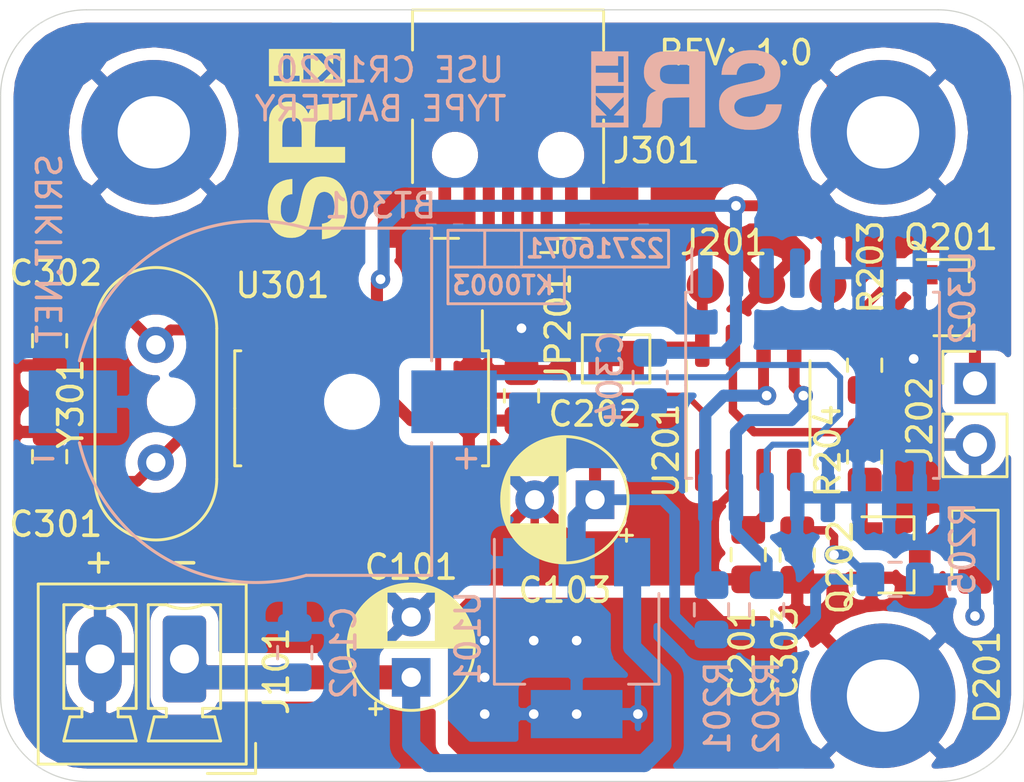
<source format=kicad_pcb>
(kicad_pcb (version 20171130) (host pcbnew 5.1.7-a382d34a8~88~ubuntu20.04.1)
  (title_block (title "Programmable Timer - Lite") (date 2020-11-29) (rev 1.0.0) (company SRIKit) (comment 1 KT0003) (comment 2 "Dilshan R Jayakody") (comment 3 https://github.com/srikit/prog-timer-lite) (comment 4 https://srikit.net))
  (layers (0 F.Cu signal) (31 B.Cu signal hide) (34 B.Paste user hide) (35 F.Paste user hide) (36 B.SilkS user hide) (37 F.SilkS user) (38 B.Mask user hide) (39 F.Mask user hide) (44 Edge.Cuts user))
  (net 0 "")
  (net 1 /prog-timer-dev/VBAT)
  (net 2 GND)
  (net 3 "Net-(C101-Pad1)")
  (net 4 +3V3)
  (net 5 "Net-(C201-Pad1)")
  (net 6 "Net-(C301-Pad2)")
  (net 7 "Net-(C302-Pad1)")
  (net 8 "Net-(D201-Pad1)")
  (net 9 "Net-(D201-Pad2)")
  (net 10 /prog-timer-mcu.sch/UART-RXD)
  (net 11 "Net-(J202-Pad1)")
  (net 12 RXD)
  (net 13 "Net-(Q201-Pad1)")
  (net 14 "Net-(Q202-Pad1)")
  (net 15 RTC-SCL)
  (net 16 RTC-SDA)
  (net 17 /prog-timer-mcu.sch/OUTPUT)
  (net 18 TXD)
  (net 19 /prog-timer-dev/USB-D-)
  (net 20 /prog-timer-dev/USB-D+)
  (module PROG-TIMER:srikit (layer F.Cu) (at 129.286 93.98 90)
    (fp_text reference G*** hide)
    (fp_text value LOGO hide)
  )
  (module PROG-TIMER:srikit (layer B.Cu) (at 145.034 91.694 180)
    (fp_text reference G*** hide)
    (fp_text value LOGO hide)
  )
  (module Package_SO:SOIC-16W_7.5x10.3mm_P1.27mm (layer B.Cu) (at 150.241 103.964 270)
    (fp_text reference U302 (at -3.634 -6.223 90) (layer B.SilkS) (effects (justify mirror)))
    (fp_text value DS3231M)
    (pad 1 smd roundrect (at -4.65 4.445 270) (size 2.05 0.6) (layers B.Cu B.Paste B.Mask))
    (pad 2 smd roundrect (at -4.65 3.175 270) (size 2.05 0.6) (layers B.Cu B.Paste B.Mask) (net 4 +3V3))
    (pad 3 smd roundrect (at -4.65 1.905 270) (size 2.05 0.6) (layers B.Cu B.Paste B.Mask))
    (pad 4 smd roundrect (at -4.65 0.635 270) (size 2.05 0.6) (layers B.Cu B.Paste B.Mask))
    (pad 5 smd roundrect (at -4.65 -0.635 270) (size 2.05 0.6) (layers B.Cu B.Paste B.Mask) (net 2 GND))
    (pad 6 smd roundrect (at -4.65 -1.905 270) (size 2.05 0.6) (layers B.Cu B.Paste B.Mask) (net 2 GND))
    (pad 7 smd roundrect (at -4.65 -3.175 270) (size 2.05 0.6) (layers B.Cu B.Paste B.Mask) (net 2 GND))
    (pad 8 smd roundrect (at -4.65 -4.445 270) (size 2.05 0.6) (layers B.Cu B.Paste B.Mask) (net 2 GND))
    (pad 9 smd roundrect (at 4.65 -4.445 270) (size 2.05 0.6) (layers B.Cu B.Paste B.Mask) (net 2 GND))
    (pad 10 smd roundrect (at 4.65 -3.175 270) (size 2.05 0.6) (layers B.Cu B.Paste B.Mask) (net 2 GND))
    (pad 11 smd roundrect (at 4.65 -1.905 270) (size 2.05 0.6) (layers B.Cu B.Paste B.Mask) (net 2 GND))
    (pad 12 smd roundrect (at 4.65 -0.635 270) (size 2.05 0.6) (layers B.Cu B.Paste B.Mask) (net 2 GND))
    (pad 13 smd roundrect (at 4.65 0.635 270) (size 2.05 0.6) (layers B.Cu B.Paste B.Mask) (net 2 GND))
    (pad 14 smd roundrect (at 4.65 1.905 270) (size 2.05 0.6) (layers B.Cu B.Paste B.Mask) (net 1 /prog-timer-dev/VBAT))
    (pad 15 smd roundrect (at 4.65 3.175 270) (size 2.05 0.6) (layers B.Cu B.Paste B.Mask) (net 16 RTC-SDA))
    (pad 16 smd roundrect (at 4.65 4.445 270) (size 2.05 0.6) (layers B.Cu B.Paste B.Mask) (net 15 RTC-SCL))
  )
  (module PROG-TIMER:MPD_BC501SM-TR (layer B.Cu) (at 127.152 104.648)
    (fp_text reference BT301 (at 5.182 -8.128) (layer B.SilkS) (effects (justify mirror)))
    (fp_text value BC501SM)
    (fp_text user - (at -8.788 2.286) (layer B.SilkS) (effects (justify mirror)))
    (fp_text user + (at 8.738 2.286) (layer B.SilkS) (effects (justify mirror)))
    (pad None np_thru_hole circle (at 4 0) (size 1.3 1.3) (drill 1.3) (layers *.Cu *.Mask))
    (pad None np_thru_hole circle (at -3.5 0) (size 1 1) (drill 1) (layers *.Cu *.Mask))
    (pad 1 smd rect (at 8.23 0) (size 3.54 2.6) (layers B.Cu B.Paste B.Mask) (net 1 /prog-timer-dev/VBAT))
    (pad 2 smd rect (at -7.57 0) (size 3.66 2.6) (layers B.Cu B.Paste B.Mask) (net 2 GND))
  )
  (module Capacitor_THT:CP_Radial_D5.0mm_P2.50mm (layer F.Cu) (at 133.604 116.078 90)
    (fp_text reference C101 (at 4.572 0 180) (layer F.SilkS))
    (fp_text value 10MFD)
    (pad 2 thru_hole circle (at 2.5 0 90) (size 1.6 1.6) (drill 0.8) (layers *.Cu *.Mask) (net 2 GND))
    (pad 1 thru_hole rect (at 0 0 90) (size 1.6 1.6) (drill 0.8) (layers *.Cu *.Mask) (net 3 "Net-(C101-Pad1)"))
  )
  (module Capacitor_SMD:C_0805_2012Metric_Pad1.15x1.40mm_HandSolder (layer B.Cu) (at 128.778 115.053 90)
    (fp_text reference C102 (at -0.009 2.032 90) (layer B.SilkS) (effects (justify mirror)))
    (fp_text value 0.1MFD)
    (pad 1 smd roundrect (at -1.025 0 90) (size 1.15 1.4) (layers B.Cu B.Paste B.Mask) (roundrect_rratio 0.217391) (net 3 "Net-(C101-Pad1)"))
    (pad 2 smd roundrect (at 1.025 0 90) (size 1.15 1.4) (layers B.Cu B.Paste B.Mask) (roundrect_rratio 0.217391) (net 2 GND))
  )
  (module Capacitor_THT:CP_Radial_D5.0mm_P2.50mm (layer F.Cu) (at 141.224 108.712 180)
    (fp_text reference C103 (at 1.25 -3.75) (layer F.SilkS))
    (fp_text value 4.7MFD)
    (pad 1 thru_hole rect (at 0 0 180) (size 1.6 1.6) (drill 0.8) (layers *.Cu *.Mask) (net 4 +3V3))
    (pad 2 thru_hole circle (at 2.5 0 180) (size 1.6 1.6) (drill 0.8) (layers *.Cu *.Mask) (net 2 GND))
  )
  (module Capacitor_SMD:C_0805_2012Metric_Pad1.15x1.40mm_HandSolder (layer F.Cu) (at 147.574 110.989 270)
    (fp_text reference C201 (at 4.073 0.254 90) (layer F.SilkS))
    (fp_text value 1MFD)
    (pad 2 smd roundrect (at 1.025 0 270) (size 1.15 1.4) (layers F.Cu F.Paste F.Mask) (roundrect_rratio 0.217391) (net 2 GND))
    (pad 1 smd roundrect (at -1.025 0 270) (size 1.15 1.4) (layers F.Cu F.Paste F.Mask) (roundrect_rratio 0.217391) (net 5 "Net-(C201-Pad1)"))
  )
  (module Capacitor_SMD:C_0805_2012Metric_Pad1.15x1.40mm_HandSolder (layer F.Cu) (at 138.176 104.403 90)
    (fp_text reference C202 (at -0.753 3.048 180) (layer F.SilkS))
    (fp_text value 0.1MFD)
    (pad 1 smd roundrect (at -1.025 0 90) (size 1.15 1.4) (layers F.Cu F.Paste F.Mask) (roundrect_rratio 0.217391) (net 4 +3V3))
    (pad 2 smd roundrect (at 1.025 0 90) (size 1.15 1.4) (layers F.Cu F.Paste F.Mask) (roundrect_rratio 0.217391) (net 2 GND))
  )
  (module Capacitor_SMD:C_0805_2012Metric_Pad1.15x1.40mm_HandSolder (layer F.Cu) (at 118.618 106.925 270)
    (fp_text reference C301 (at 2.803 -0.254 180) (layer F.SilkS))
    (fp_text value 22pF)
    (pad 2 smd roundrect (at 1.025 0 270) (size 1.15 1.4) (layers F.Cu F.Paste F.Mask) (roundrect_rratio 0.217391) (net 6 "Net-(C301-Pad2)"))
    (pad 1 smd roundrect (at -1.025 0 270) (size 1.15 1.4) (layers F.Cu F.Paste F.Mask) (roundrect_rratio 0.217391) (net 2 GND))
  )
  (module Capacitor_SMD:C_0805_2012Metric_Pad1.15x1.40mm_HandSolder (layer F.Cu) (at 118.618 102.117 270)
    (fp_text reference C302 (at -2.803 -0.254 180) (layer F.SilkS))
    (fp_text value 22pF)
    (pad 1 smd roundrect (at -1.025 0 270) (size 1.15 1.4) (layers F.Cu F.Paste F.Mask) (roundrect_rratio 0.217391) (net 7 "Net-(C302-Pad1)"))
    (pad 2 smd roundrect (at 1.025 0 270) (size 1.15 1.4) (layers F.Cu F.Paste F.Mask) (roundrect_rratio 0.217391) (net 2 GND))
  )
  (module Capacitor_SMD:C_0805_2012Metric_Pad1.15x1.40mm_HandSolder (layer F.Cu) (at 149.606 111.007 270)
    (fp_text reference C303 (at 4.055 0.508 90) (layer F.SilkS))
    (fp_text value 0.1MFD)
    (pad 2 smd roundrect (at 1.025 0 270) (size 1.15 1.4) (layers F.Cu F.Paste F.Mask) (roundrect_rratio 0.217391) (net 2 GND))
    (pad 1 smd roundrect (at -1.025 0 270) (size 1.15 1.4) (layers F.Cu F.Paste F.Mask) (roundrect_rratio 0.217391) (net 4 +3V3))
  )
  (module Capacitor_SMD:C_0805_2012Metric_Pad1.15x1.40mm_HandSolder (layer B.Cu) (at 143.51 103.641 270)
    (fp_text reference C304 (at 0 1.65 90) (layer B.SilkS) (effects (justify mirror)))
    (fp_text value 0.1MFD)
    (pad 1 smd roundrect (at -1.025 0 270) (size 1.15 1.4) (layers B.Cu B.Paste B.Mask) (roundrect_rratio 0.217391) (net 4 +3V3))
    (pad 2 smd roundrect (at 1.025 0 270) (size 1.15 1.4) (layers B.Cu B.Paste B.Mask) (roundrect_rratio 0.217391) (net 2 GND))
  )
  (module LED_SMD:LED_0805_2012Metric_Pad1.15x1.40mm_HandSolder (layer F.Cu) (at 156.972 111.007 270)
    (fp_text reference D201 (at 5.071 -0.508 90) (layer F.SilkS))
    (fp_text value RED-LED)
    (pad 1 smd roundrect (at -1.025 0 270) (size 1.15 1.4) (layers F.Cu F.Paste F.Mask) (roundrect_rratio 0.217391) (net 8 "Net-(D201-Pad1)"))
    (pad 2 smd roundrect (at 1.025 0 270) (size 1.15 1.4) (layers F.Cu F.Paste F.Mask) (roundrect_rratio 0.217391) (net 9 "Net-(D201-Pad2)"))
  )
  (module MountingHole:MountingHole_3mm_Pad (layer F.Cu) (at 153.162 116.84)
    (fp_text reference H101 hide)
    (fp_text value "M3 - MountingHole")
    (pad 1 thru_hole circle (at 0 0) (size 6 6) (drill 3) (layers *.Cu *.Mask) (net 2 GND))
  )
  (module MountingHole:MountingHole_3mm_Pad (layer F.Cu) (at 122.936 93.472)
    (fp_text reference H102 hide)
    (fp_text value "M3 - MountingHole")
    (pad 1 thru_hole circle (at 0 0) (size 6 6) (drill 3) (layers *.Cu *.Mask) (net 2 GND))
  )
  (module MountingHole:MountingHole_3mm_Pad (layer F.Cu) (at 153.162 93.472)
    (fp_text reference H103 hide)
    (fp_text value "M3 - MountingHole")
    (pad 1 thru_hole circle (at 0 0) (size 6 6) (drill 3) (layers *.Cu *.Mask) (net 2 GND))
  )
  (module Connector_Phoenix_MC:PhoenixContact_MCV_1,5_2-G-3.5_1x02_P3.50mm_Vertical (layer F.Cu) (at 124.206 115.316 180)
    (fp_text reference J101 (at -3.81 -0.508 90) (layer F.SilkS))
    (fp_text value DC-IN)
    (pad 1 thru_hole roundrect (at 0 0 180) (size 1.8 3.6) (drill 1.2) (layers *.Cu *.Mask) (roundrect_rratio 0.138889) (net 3 "Net-(C101-Pad1)"))
    (pad 2 thru_hole oval (at 3.5 0 180) (size 1.8 3.6) (drill 1.2) (layers *.Cu *.Mask) (net 2 GND))
  )
  (module PROG-TIMER:pogo-2.54mmx4 (layer F.Cu) (at 143.256 99.822)
    (fp_text reference J201 (at 3.302 -1.778) (layer F.SilkS))
    (fp_text value ICP)
    (pad 1 smd rect (at 0 0) (size 1.54 1.54) (layers F.Cu F.Paste F.Mask))
    (pad 2 smd circle (at 2.54 0) (size 1.54 1.54) (layers F.Cu F.Paste F.Mask) (net 10 /prog-timer-mcu.sch/UART-RXD))
    (pad 3 smd circle (at 5.08 0) (size 1.54 1.54) (layers F.Cu F.Paste F.Mask) (net 2 GND))
    (pad 4 smd circle (at 7.62 0) (size 1.54 1.54) (layers F.Cu F.Paste F.Mask) (net 4 +3V3))
  )
  (module Connector_PinHeader_2.54mm:PinHeader_1x02_P2.54mm_Vertical (layer F.Cu) (at 156.972 103.886)
    (fp_text reference J202 (at -2.286 1.524 90) (layer F.SilkS))
    (fp_text value TIMER-OUT)
    (pad 1 thru_hole rect (at 0 0) (size 1.7 1.7) (drill 1) (layers *.Cu *.Mask) (net 11 "Net-(J202-Pad1)"))
    (pad 2 thru_hole oval (at 0 2.54) (size 1.7 1.7) (drill 1) (layers *.Cu *.Mask) (net 2 GND))
  )
  (module Connector_USB:USB_Mini-B_Wuerth_65100516121_Horizontal (layer F.Cu) (at 137.62 94.41 180)
    (fp_text reference J301 (at -6.144 0.176) (layer F.SilkS))
    (fp_text value 5-Pin-USB-B)
    (pad 6 smd rect (at -4.4 2.9 180) (size 2 2.5) (layers F.Cu F.Paste F.Mask) (net 2 GND))
    (pad 6 smd rect (at 4.4 2.9 180) (size 2 2.5) (layers F.Cu F.Paste F.Mask) (net 2 GND))
    (pad 6 smd rect (at -4.4 -2.6 180) (size 2 2.5) (layers F.Cu F.Paste F.Mask) (net 2 GND))
    (pad 6 smd rect (at 4.4 -2.6 180) (size 2 2.5) (layers F.Cu F.Paste F.Mask) (net 2 GND))
    (pad 1 smd rect (at -1.6 -2.6 180) (size 0.5 2.5) (layers F.Cu F.Paste F.Mask))
    (pad 2 smd rect (at -0.8 -2.6 180) (size 0.5 2.5) (layers F.Cu F.Paste F.Mask) (net 19 /prog-timer-dev/USB-D-))
    (pad 3 smd rect (at 0 -2.6 180) (size 0.5 2.5) (layers F.Cu F.Paste F.Mask) (net 20 /prog-timer-dev/USB-D+))
    (pad 4 smd rect (at 0.8 -2.6 180) (size 0.5 2.5) (layers F.Cu F.Paste F.Mask))
    (pad 5 smd rect (at 1.6 -2.6 180) (size 0.5 2.5) (layers F.Cu F.Paste F.Mask) (net 2 GND))
    (pad "" np_thru_hole circle (at -2.2 0 180) (size 0.9 0.9) (drill 0.9) (layers *.Cu *.Mask))
    (pad "" np_thru_hole circle (at 2.2 0 180) (size 0.9 0.9) (drill 0.9) (layers *.Cu *.Mask))
  )
  (module Jumper:SolderJumper-2_P1.3mm_Bridged_Pad1.0x1.5mm (layer F.Cu) (at 142.098 102.87 180)
    (fp_text reference JP201 (at 2.398 1.27 90) (layer F.SilkS))
    (fp_text value PROG)
    (fp_poly (pts (xy -0.25 -0.3) (xy 0.25 -0.3) (xy 0.25 0.3) (xy -0.25 0.3)) (layer F.Cu) (width 0))
    (pad 1 smd rect (at -0.65 0 180) (size 1 1.5) (layers F.Cu F.Mask) (net 10 /prog-timer-mcu.sch/UART-RXD))
    (pad 2 smd rect (at 0.65 0 180) (size 1 1.5) (layers F.Cu F.Mask) (net 12 RXD))
  )
  (module Package_TO_SOT_SMD:SOT-23 (layer F.Cu) (at 155.972 100.33)
    (fp_text reference Q201 (at 0 -2.5) (layer F.SilkS))
    (fp_text value MMBT3904)
    (pad 3 smd rect (at 1 0) (size 0.9 0.8) (layers F.Cu F.Paste F.Mask) (net 11 "Net-(J202-Pad1)"))
    (pad 2 smd rect (at -1 0.95) (size 0.9 0.8) (layers F.Cu F.Paste F.Mask) (net 2 GND))
    (pad 1 smd rect (at -1 -0.95) (size 0.9 0.8) (layers F.Cu F.Paste F.Mask) (net 13 "Net-(Q201-Pad1)"))
  )
  (module Package_TO_SOT_SMD:SOT-23 (layer F.Cu) (at 153.686 110.998)
    (fp_text reference Q202 (at -2.302 0.508 90) (layer F.SilkS))
    (fp_text value MMBT3904)
    (pad 1 smd rect (at -1 -0.95) (size 0.9 0.8) (layers F.Cu F.Paste F.Mask) (net 14 "Net-(Q202-Pad1)"))
    (pad 2 smd rect (at -1 0.95) (size 0.9 0.8) (layers F.Cu F.Paste F.Mask) (net 2 GND))
    (pad 3 smd rect (at 1 0) (size 0.9 0.8) (layers F.Cu F.Paste F.Mask) (net 8 "Net-(D201-Pad1)"))
  )
  (module Resistor_SMD:R_0805_2012Metric_Pad1.15x1.40mm_HandSolder (layer B.Cu) (at 146.05 113.275 90)
    (fp_text reference R201 (at -4.073 0.254 90) (layer B.SilkS) (effects (justify mirror)))
    (fp_text value 4.7K)
    (pad 2 smd roundrect (at 1.025 0 90) (size 1.15 1.4) (layers B.Cu B.Paste B.Mask) (roundrect_rratio 0.217391) (net 15 RTC-SCL))
    (pad 1 smd roundrect (at -1.025 0 90) (size 1.15 1.4) (layers B.Cu B.Paste B.Mask) (roundrect_rratio 0.217391) (net 4 +3V3))
  )
  (module Resistor_SMD:R_0805_2012Metric_Pad1.15x1.40mm_HandSolder (layer B.Cu) (at 148.336 113.275 90)
    (fp_text reference R202 (at -4.073 0 90) (layer B.SilkS) (effects (justify mirror)))
    (fp_text value 4.7K)
    (pad 1 smd roundrect (at -1.025 0 90) (size 1.15 1.4) (layers B.Cu B.Paste B.Mask) (roundrect_rratio 0.217391) (net 4 +3V3))
    (pad 2 smd roundrect (at 1.025 0 90) (size 1.15 1.4) (layers B.Cu B.Paste B.Mask) (roundrect_rratio 0.217391) (net 16 RTC-SDA))
  )
  (module Resistor_SMD:R_0805_2012Metric_Pad1.15x1.40mm_HandSolder (layer F.Cu) (at 152.4 103.133 270)
    (fp_text reference R203 (at -4.073 -0.254 90) (layer F.SilkS))
    (fp_text value 10K)
    (pad 1 smd roundrect (at -1.025 0 270) (size 1.15 1.4) (layers F.Cu F.Paste F.Mask) (roundrect_rratio 0.217391) (net 13 "Net-(Q201-Pad1)"))
    (pad 2 smd roundrect (at 1.025 0 270) (size 1.15 1.4) (layers F.Cu F.Paste F.Mask) (roundrect_rratio 0.217391) (net 17 /prog-timer-mcu.sch/OUTPUT))
  )
  (module Resistor_SMD:R_0805_2012Metric_Pad1.15x1.40mm_HandSolder (layer F.Cu) (at 152.4 106.934 90)
    (fp_text reference R204 (at 0.254 -1.524 90) (layer F.SilkS))
    (fp_text value 10K)
    (pad 2 smd roundrect (at 1.025 0 90) (size 1.15 1.4) (layers F.Cu F.Paste F.Mask) (roundrect_rratio 0.217391) (net 17 /prog-timer-mcu.sch/OUTPUT))
    (pad 1 smd roundrect (at -1.025 0 90) (size 1.15 1.4) (layers F.Cu F.Paste F.Mask) (roundrect_rratio 0.217391) (net 14 "Net-(Q202-Pad1)"))
  )
  (module Resistor_SMD:R_0805_2012Metric_Pad1.15x1.40mm_HandSolder (layer B.Cu) (at 153.661 112.014)
    (fp_text reference R205 (at 2.803 -1.27 90) (layer B.SilkS) (effects (justify mirror)))
    (fp_text value 1K)
    (pad 1 smd roundrect (at -1.025 0) (size 1.15 1.4) (layers B.Cu B.Paste B.Mask) (roundrect_rratio 0.217391) (net 4 +3V3))
    (pad 2 smd roundrect (at 1.025 0) (size 1.15 1.4) (layers B.Cu B.Paste B.Mask) (roundrect_rratio 0.217391) (net 9 "Net-(D201-Pad2)"))
  )
  (module Package_TO_SOT_SMD:SOT-223-3_TabPin2 (layer B.Cu) (at 140.462 114.452 270)
    (fp_text reference U101 (at 0 4.5 270) (layer B.SilkS) (effects (justify mirror)))
    (fp_text value AMS1117-3.3)
    (pad 2 smd rect (at 3.15 0 270) (size 2 3.8) (layers B.Cu B.Paste B.Mask) (net 4 +3V3))
    (pad 2 smd rect (at -3.15 0 270) (size 2 1.5) (layers B.Cu B.Paste B.Mask) (net 4 +3V3))
    (pad 3 smd rect (at -3.15 -2.3 270) (size 2 1.5) (layers B.Cu B.Paste B.Mask) (net 3 "Net-(C101-Pad1)"))
    (pad 1 smd rect (at -3.15 2.3 270) (size 2 1.5) (layers B.Cu B.Paste B.Mask) (net 2 GND))
  )
  (module Package_SO:SO-8_3.9x4.9mm_P1.27mm (layer F.Cu) (at 147.574 104.902 90)
    (fp_text reference U201 (at -1.778 -3.4 90) (layer F.SilkS))
    (fp_text value STM8S001J3M)
    (pad 1 smd roundrect (at -2.575 -1.905 90) (size 1.75 0.6) (layers F.Cu F.Paste F.Mask) (net 18 TXD))
    (pad 2 smd roundrect (at -2.575 -0.635 90) (size 1.75 0.6) (layers F.Cu F.Paste F.Mask) (net 2 GND))
    (pad 3 smd roundrect (at -2.575 0.635 90) (size 1.75 0.6) (layers F.Cu F.Paste F.Mask) (net 5 "Net-(C201-Pad1)"))
    (pad 4 smd roundrect (at -2.575 1.905 90) (size 1.75 0.6) (layers F.Cu F.Paste F.Mask) (net 4 +3V3))
    (pad 5 smd roundrect (at 2.575 1.905 90) (size 1.75 0.6) (layers F.Cu F.Paste F.Mask) (net 16 RTC-SDA))
    (pad 6 smd roundrect (at 2.575 0.635 90) (size 1.75 0.6) (layers F.Cu F.Paste F.Mask) (net 15 RTC-SCL))
    (pad 7 smd roundrect (at 2.575 -0.635 90) (size 1.75 0.6) (layers F.Cu F.Paste F.Mask) (net 17 /prog-timer-mcu.sch/OUTPUT))
    (pad 8 smd roundrect (at 2.575 -1.905 90) (size 1.75 0.6) (layers F.Cu F.Paste F.Mask) (net 10 /prog-timer-mcu.sch/UART-RXD))
  )
  (module Package_SO:SOP-16_4.55x10.3mm_P1.27mm (layer F.Cu) (at 131.55 104.92 270)
    (fp_text reference U301 (at -5.098 3.28 180) (layer F.SilkS))
    (fp_text value CH340G)
    (pad 1 smd roundrect (at -3.25 -4.445 270) (size 1.6 0.6) (layers F.Cu F.Paste F.Mask) (net 2 GND))
    (pad 2 smd roundrect (at -3.25 -3.175 270) (size 1.6 0.6) (layers F.Cu F.Paste F.Mask) (net 18 TXD))
    (pad 3 smd roundrect (at -3.25 -1.905 270) (size 1.6 0.6) (layers F.Cu F.Paste F.Mask) (net 12 RXD))
    (pad 4 smd roundrect (at -3.25 -0.635 270) (size 1.6 0.6) (layers F.Cu F.Paste F.Mask) (net 4 +3V3))
    (pad 5 smd roundrect (at -3.25 0.635 270) (size 1.6 0.6) (layers F.Cu F.Paste F.Mask) (net 20 /prog-timer-dev/USB-D+))
    (pad 6 smd roundrect (at -3.25 1.905 270) (size 1.6 0.6) (layers F.Cu F.Paste F.Mask) (net 19 /prog-timer-dev/USB-D-))
    (pad 7 smd roundrect (at -3.25 3.175 270) (size 1.6 0.6) (layers F.Cu F.Paste F.Mask) (net 6 "Net-(C301-Pad2)"))
    (pad 8 smd roundrect (at -3.25 4.445 270) (size 1.6 0.6) (layers F.Cu F.Paste F.Mask) (net 7 "Net-(C302-Pad1)"))
    (pad 9 smd roundrect (at 3.25 4.445 270) (size 1.6 0.6) (layers F.Cu F.Paste F.Mask))
    (pad 10 smd roundrect (at 3.25 3.175 270) (size 1.6 0.6) (layers F.Cu F.Paste F.Mask))
    (pad 11 smd roundrect (at 3.25 1.905 270) (size 1.6 0.6) (layers F.Cu F.Paste F.Mask))
    (pad 12 smd roundrect (at 3.25 0.635 270) (size 1.6 0.6) (layers F.Cu F.Paste F.Mask))
    (pad 13 smd roundrect (at 3.25 -0.635 270) (size 1.6 0.6) (layers F.Cu F.Paste F.Mask))
    (pad 14 smd roundrect (at 3.25 -1.905 270) (size 1.6 0.6) (layers F.Cu F.Paste F.Mask))
    (pad 15 smd roundrect (at 3.25 -3.175 270) (size 1.6 0.6) (layers F.Cu F.Paste F.Mask))
    (pad 16 smd roundrect (at 3.25 -4.445 270) (size 1.6 0.6) (layers F.Cu F.Paste F.Mask) (net 4 +3V3))
  )
  (module Crystal:Crystal_HC49-U_Vertical (layer F.Cu) (at 123.02 107.17 90)
    (fp_text reference Y301 (at 2.44 -3.525 90) (layer F.SilkS))
    (fp_text value 12.000MHz)
    (pad 1 thru_hole circle (at 0 0 90) (size 1.5 1.5) (drill 0.8) (layers *.Cu *.Mask) (net 6 "Net-(C301-Pad2)"))
    (pad 2 thru_hole circle (at 4.88 0 90) (size 1.5 1.5) (drill 0.8) (layers *.Cu *.Mask) (net 7 "Net-(C302-Pad1)"))
  )
  (gr_text "REV: 1.0" (at 147.066 90.17) (layer F.SilkS) (effects (font (size 1 1))))
  (gr_text - (at 124.206 111.252) (layer F.SilkS) (effects (font (size 1 1))))
  (gr_text + (at 120.65 111.252) (layer F.SilkS) (effects (font (size 1 1))))
  (gr_line (start 139.954 100.584) (end 139.954 99.06) (layer B.SilkS) (width 0.12))
  (gr_line (start 135.128 100.584) (end 139.954 100.584) (layer B.SilkS) (width 0.12))
  (gr_line (start 135.128 99.06) (end 135.128 100.584) (layer B.SilkS) (width 0.12))
  (gr_line (start 136.652 97.536) (end 136.652 99.06) (layer B.SilkS) (width 0.12))
  (gr_line (start 135.128 99.06) (end 136.398 99.06) (layer B.SilkS) (width 0.12))
  (gr_line (start 135.128 97.536) (end 135.128 99.06) (layer B.SilkS) (width 0.12))
  (gr_line (start 136.398 97.536) (end 135.128 97.536) (layer B.SilkS) (width 0.12))
  (gr_line (start 136.398 99.06) (end 137.922 99.06) (layer B.SilkS) (width 0.12))
  (gr_line (start 137.922 97.536) (end 136.398 97.536) (layer B.SilkS) (width 0.12))
  (gr_line (start 138.176 99.06) (end 138.176 97.536) (layer B.SilkS) (width 0.12))
  (gr_line (start 144.272 99.06) (end 137.922 99.06) (layer B.SilkS) (width 0.12))
  (gr_line (start 144.272 97.536) (end 144.272 99.06) (layer B.SilkS) (width 0.12))
  (gr_line (start 137.922 97.536) (end 144.272 97.536) (layer B.SilkS) (width 0.12))
  (gr_text KT0003 (at 137.414 99.822) (layer B.SilkS) (effects (font (size 0.75 0.75)) (justify mirror)))
  (gr_text 22716071 (at 141.224 98.298) (layer B.SilkS) (effects (font (size 0.75 0.75)) (justify mirror)))
  (gr_text "USE CR1220 \nTYPE BATTERY" (at 132.334 91.694) (layer B.SilkS) (effects (font (size 1 1)) (justify mirror)))
  (gr_text SRIKIT.NET (at 118.618 98.298 90) (layer B.SilkS) (effects (font (size 1 1)) (justify mirror)))
  (gr_arc (start 120.142 116.84) (end 116.586 116.84) (angle -90) (layer Edge.Cuts) (width 0.05))
  (gr_arc (start 120.142 91.948) (end 120.142 88.392) (angle -90) (layer Edge.Cuts) (width 0.05))
  (gr_arc (start 155.448 91.948) (end 159.004 91.948) (angle -90) (layer Edge.Cuts) (width 0.05))
  (gr_arc (start 155.448 116.84) (end 155.448 120.396) (angle -90) (layer Edge.Cuts) (width 0.05))
  (gr_line (start 116.586 116.84) (end 116.586 91.948) (layer Edge.Cuts) (width 0.05))
  (gr_line (start 155.448 120.396) (end 120.142 120.396) (layer Edge.Cuts) (width 0.05))
  (gr_line (start 159.004 91.948) (end 159.004 116.84) (layer Edge.Cuts) (width 0.05))
  (gr_line (start 120.142 88.392) (end 155.448 88.392) (layer Edge.Cuts) (width 0.05))
  (segment (start 136.398 103.632) (end 135.382 104.648) (width 0.25) (layer B.Cu) (net 1))
  (segment (start 150.876 103.124) (end 147.19159 103.124) (width 0.25) (layer B.Cu) (net 1))
  (segment (start 151.384 103.632) (end 150.876 103.124) (width 0.25) (layer B.Cu) (net 1))
  (segment (start 147.19159 103.124) (end 146.68359 103.632) (width 0.25) (layer B.Cu) (net 1))
  (segment (start 151.384 105.156) (end 151.384 103.632) (width 0.25) (layer B.Cu) (net 1))
  (segment (start 146.68359 103.632) (end 136.398 103.632) (width 0.25) (layer B.Cu) (net 1))
  (segment (start 150.114 106.426) (end 151.384 105.156) (width 0.25) (layer B.Cu) (net 1))
  (segment (start 148.59 106.426) (end 150.114 106.426) (width 0.25) (layer B.Cu) (net 1))
  (segment (start 148.336 106.68) (end 148.59 106.426) (width 0.25) (layer B.Cu) (net 1))
  (segment (start 148.336 108.614) (end 148.336 106.68) (width 0.25) (layer B.Cu) (net 1))
  (segment (start 149.588 112.014) (end 149.606 112.032) (width 0.25) (layer F.Cu) (net 2))
  (segment (start 146.558 112.014) (end 147.574 112.014) (width 0.25) (layer F.Cu) (net 2))
  (segment (start 146.05 111.506) (end 146.558 112.014) (width 0.25) (layer F.Cu) (net 2))
  (segment (start 152.602 112.032) (end 152.686 111.948) (width 0.25) (layer F.Cu) (net 2))
  (segment (start 149.606 112.032) (end 152.602 112.032) (width 0.25) (layer F.Cu) (net 2))
  (segment (start 133.604 108.712) (end 132.334 109.982) (width 0.35) (layer B.Cu) (net 2))
  (via (at 138.176 101.6) (size 0.8) (drill 0.4) (layers F.Cu B.Cu) (net 2))
  (segment (start 138.176 101.6) (end 129.794 101.6) (width 0.35) (layer B.Cu) (net 2))
  (segment (start 129.794 101.6) (end 129.032 102.362) (width 0.35) (layer B.Cu) (net 2))
  (segment (start 129.032 109.474) (end 129.54 109.982) (width 0.35) (layer B.Cu) (net 2))
  (segment (start 129.032 102.362) (end 129.032 109.474) (width 0.35) (layer B.Cu) (net 2))
  (segment (start 132.334 109.982) (end 129.54 109.982) (width 0.35) (layer B.Cu) (net 2))
  (via (at 154.432 102.87) (size 0.8) (drill 0.4) (layers F.Cu B.Cu) (net 2))
  (segment (start 146.492 111.948) (end 146.05 111.506) (width 0.35) (layer F.Cu) (net 2))
  (segment (start 146.939 108.352) (end 146.939 107.477) (width 0.35) (layer F.Cu) (net 2))
  (segment (start 146.05 111.506) (end 146.05 109.241) (width 0.35) (layer F.Cu) (net 2))
  (segment (start 141.732 97.298) (end 142.02 97.01) (width 0.35) (layer F.Cu) (net 2))
  (segment (start 151.2 91.51) (end 153.162 93.472) (width 0.75) (layer F.Cu) (net 2))
  (segment (start 152.686 116.364) (end 153.162 116.84) (width 0.5) (layer F.Cu) (net 2))
  (segment (start 147.64 111.948) (end 147.574 112.014) (width 0.5) (layer F.Cu) (net 2))
  (segment (start 121.92 111.76) (end 128.016 111.76) (width 1) (layer B.Cu) (net 2))
  (segment (start 153.416 93.726) (end 153.162 93.472) (width 0.5) (layer B.Cu) (net 2))
  (segment (start 152.686 111.948) (end 146.492 111.948) (width 0.35) (layer F.Cu) (net 2))
  (segment (start 146.05 109.241) (end 146.939 108.352) (width 0.35) (layer F.Cu) (net 2))
  (segment (start 156.308 108.614) (end 156.337 108.585) (width 0.25) (layer B.Cu) (net 2))
  (segment (start 149.606 108.614) (end 154.686 108.614) (width 0.45) (layer B.Cu) (net 2))
  (segment (start 154.686 108.614) (end 156.308 108.614) (width 0.25) (layer B.Cu) (net 2))
  (segment (start 153.416 108.614) (end 154.686 108.614) (width 0.25) (layer B.Cu) (net 2))
  (segment (start 156.972 106.426) (end 156.972 107.95) (width 0.5) (layer B.Cu) (net 2))
  (segment (start 156.972 107.95) (end 156.337 108.585) (width 0.5) (layer B.Cu) (net 2))
  (segment (start 150.876 108.614) (end 152.146 108.614) (width 0.25) (layer B.Cu) (net 2))
  (segment (start 150.876 108.614) (end 149.606 108.614) (width 0.45) (layer B.Cu) (net 2))
  (segment (start 150.876 108.614) (end 154.686 108.614) (width 0.45) (layer B.Cu) (net 2))
  (segment (start 152.146 108.614) (end 153.416 108.614) (width 0.25) (layer B.Cu) (net 2))
  (segment (start 154.686 108.614) (end 156.874 108.614) (width 0.45) (layer B.Cu) (net 2))
  (segment (start 156.874 108.614) (end 157.988 109.728) (width 0.45) (layer B.Cu) (net 2))
  (segment (start 157.988 116.078) (end 157.226 116.84) (width 0.45) (layer B.Cu) (net 2))
  (segment (start 157.988 109.728) (end 157.988 116.078) (width 0.45) (layer B.Cu) (net 2))
  (segment (start 154.432 99.568) (end 154.686 99.314) (width 0.35) (layer B.Cu) (net 2))
  (segment (start 154.686 102.616) (end 154.432 102.87) (width 0.45) (layer B.Cu) (net 2))
  (segment (start 154.686 99.314) (end 154.686 102.616) (width 0.45) (layer B.Cu) (net 2))
  (segment (start 153.416 99.314) (end 154.686 99.314) (width 0.25) (layer B.Cu) (net 2))
  (segment (start 152.146 99.314) (end 153.416 99.314) (width 0.25) (layer B.Cu) (net 2))
  (segment (start 150.876 99.314) (end 154.686 99.314) (width 0.5) (layer B.Cu) (net 2))
  (segment (start 150.876 99.314) (end 152.146 99.314) (width 0.25) (layer B.Cu) (net 2))
  (segment (start 128.016 111.76) (end 128.778 112.522) (width 1) (layer B.Cu) (net 2))
  (segment (start 128.778 112.522) (end 128.778 114.028) (width 1) (layer B.Cu) (net 2))
  (segment (start 145.923 111.633) (end 146.05 111.506) (width 0.25) (layer F.Cu) (net 2))
  (segment (start 145.542 112.014) (end 145.923 111.633) (width 0.35) (layer F.Cu) (net 2))
  (segment (start 139.7 112.014) (end 145.542 112.014) (width 0.35) (layer F.Cu) (net 2))
  (segment (start 138.724 111.038) (end 139.7 112.014) (width 0.35) (layer F.Cu) (net 2))
  (segment (start 138.724 108.712) (end 138.724 111.038) (width 0.35) (layer F.Cu) (net 2))
  (segment (start 135.995 102.721) (end 135.995 101.67) (width 0.5) (layer F.Cu) (net 2))
  (segment (start 136.652 103.378) (end 135.995 102.721) (width 0.5) (layer F.Cu) (net 2))
  (segment (start 138.176 103.378) (end 136.652 103.378) (width 0.5) (layer F.Cu) (net 2))
  (segment (start 138.176 103.378) (end 138.176 101.6) (width 0.5) (layer F.Cu) (net 2))
  (segment (start 156.972 106.426) (end 155.448 106.426) (width 0.5) (layer F.Cu) (net 2))
  (segment (start 133.604 117.856) (end 133.604 116.078) (width 0.75) (layer B.Cu) (net 3))
  (segment (start 134.366 119.634) (end 133.604 118.872) (width 0.75) (layer B.Cu) (net 3))
  (segment (start 143.256 119.634) (end 134.366 119.634) (width 0.75) (layer B.Cu) (net 3))
  (segment (start 144.018 118.872) (end 143.256 119.634) (width 0.75) (layer B.Cu) (net 3))
  (segment (start 144.018 116.078) (end 144.018 118.872) (width 0.75) (layer B.Cu) (net 3))
  (segment (start 133.604 118.872) (end 133.604 117.856) (width 0.75) (layer B.Cu) (net 3))
  (segment (start 142.762 114.822) (end 144.018 116.078) (width 0.75) (layer B.Cu) (net 3))
  (segment (start 142.762 111.302) (end 142.762 114.822) (width 0.75) (layer B.Cu) (net 3))
  (segment (start 124.968 116.078) (end 124.206 115.316) (width 1) (layer F.Cu) (net 3))
  (segment (start 133.604 116.078) (end 124.968 116.078) (width 1) (layer F.Cu) (net 3))
  (segment (start 124.968 116.078) (end 124.206 115.316) (width 1) (layer B.Cu) (net 3))
  (segment (start 128.778 116.078) (end 124.968 116.078) (width 1) (layer B.Cu) (net 3))
  (segment (start 136.634 105.428) (end 138.176 105.428) (width 0.25) (layer F.Cu) (net 4))
  (segment (start 140.462 109.474) (end 141.224 108.712) (width 0.75) (layer B.Cu) (net 4))
  (segment (start 140.462 111.302) (end 140.462 109.474) (width 0.75) (layer B.Cu) (net 4))
  (segment (start 147.066 102.108) (end 147.066 99.314) (width 0.25) (layer B.Cu) (net 4))
  (segment (start 140.734 105.428) (end 138.176 105.428) (width 0.25) (layer F.Cu) (net 4))
  (via (at 147.066 96.52) (size 0.8) (drill 0.4) (layers F.Cu B.Cu) (net 4))
  (segment (start 147.066 96.52) (end 147.066 99.314) (width 0.25) (layer B.Cu) (net 4))
  (segment (start 148.336 114.3) (end 146.05 114.3) (width 0.45) (layer B.Cu) (net 4))
  (segment (start 149.606 114.3) (end 148.336 114.3) (width 0.25) (layer B.Cu) (net 4))
  (segment (start 144.526 113.538) (end 145.288 114.3) (width 0.45) (layer B.Cu) (net 4))
  (segment (start 144.526 109.22) (end 144.526 113.538) (width 0.45) (layer B.Cu) (net 4))
  (segment (start 144.018 108.712) (end 144.526 109.22) (width 0.45) (layer B.Cu) (net 4))
  (segment (start 145.288 114.3) (end 146.05 114.3) (width 0.45) (layer B.Cu) (net 4))
  (segment (start 141.224 108.712) (end 144.018 108.712) (width 0.45) (layer B.Cu) (net 4))
  (segment (start 150.368 113.538) (end 150.368 112.522) (width 0.45) (layer B.Cu) (net 4))
  (segment (start 149.606 114.3) (end 150.368 113.538) (width 0.45) (layer B.Cu) (net 4))
  (segment (start 149.606 114.3) (end 146.05 114.3) (width 0.45) (layer B.Cu) (net 4))
  (via (at 151.13 110.998) (size 0.8) (drill 0.4) (layers F.Cu B.Cu) (net 4))
  (segment (start 151.62 110.998) (end 152.636 112.014) (width 0.35) (layer B.Cu) (net 4))
  (segment (start 151.13 110.998) (end 151.62 110.998) (width 0.35) (layer B.Cu) (net 4))
  (via (at 132.334 99.568) (size 0.8) (drill 0.4) (layers F.Cu B.Cu) (net 4))
  (segment (start 141.224 105.918) (end 140.734 105.428) (width 0.5) (layer F.Cu) (net 4))
  (segment (start 141.224 108.712) (end 141.224 105.918) (width 0.5) (layer F.Cu) (net 4))
  (segment (start 136.634 105.428) (end 135.995 106.067) (width 0.5) (layer F.Cu) (net 4))
  (segment (start 140.734 105.428) (end 136.634 105.428) (width 0.5) (layer F.Cu) (net 4))
  (segment (start 135.995 106.067) (end 135.995 108.17) (width 0.5) (layer F.Cu) (net 4))
  (segment (start 135.995 106.023) (end 135.382 105.41) (width 0.5) (layer F.Cu) (net 4))
  (segment (start 135.995 106.067) (end 135.995 106.023) (width 0.5) (layer F.Cu) (net 4))
  (segment (start 135.382 105.41) (end 133.604 105.41) (width 0.5) (layer F.Cu) (net 4))
  (segment (start 133.604 105.41) (end 132.842 104.648) (width 0.5) (layer F.Cu) (net 4))
  (segment (start 132.842 103.632) (end 132.185 102.975) (width 0.5) (layer F.Cu) (net 4))
  (segment (start 132.842 104.648) (end 132.842 103.632) (width 0.5) (layer F.Cu) (net 4))
  (segment (start 132.185 101.67) (end 132.185 102.975) (width 0.5) (layer F.Cu) (net 4))
  (segment (start 132.185 99.717) (end 132.334 99.568) (width 0.5) (layer F.Cu) (net 4))
  (segment (start 132.185 101.67) (end 132.185 99.717) (width 0.5) (layer F.Cu) (net 4))
  (segment (start 149.479 109.855) (end 149.606 109.982) (width 0.35) (layer F.Cu) (net 4))
  (segment (start 149.479 107.477) (end 149.479 109.855) (width 0.35) (layer F.Cu) (net 4))
  (segment (start 151.13 110.998) (end 151.13 110.236) (width 0.35) (layer F.Cu) (net 4))
  (segment (start 150.876 109.982) (end 149.606 109.982) (width 0.35) (layer F.Cu) (net 4))
  (segment (start 151.13 110.236) (end 150.876 109.982) (width 0.35) (layer F.Cu) (net 4))
  (segment (start 146.558 102.616) (end 147.066 102.108) (width 0.5) (layer B.Cu) (net 4))
  (segment (start 143.51 102.616) (end 146.558 102.616) (width 0.5) (layer B.Cu) (net 4))
  (segment (start 147.066 102.108) (end 147.066 96.52) (width 0.5) (layer B.Cu) (net 4))
  (segment (start 133.35 96.52) (end 132.461 97.409) (width 0.5) (layer B.Cu) (net 4))
  (segment (start 147.066 96.52) (end 133.35 96.52) (width 0.5) (layer B.Cu) (net 4))
  (segment (start 132.461 99.441) (end 132.334 99.568) (width 0.5) (layer B.Cu) (net 4))
  (segment (start 132.461 97.409) (end 132.461 99.441) (width 0.5) (layer B.Cu) (net 4))
  (segment (start 149.352 96.52) (end 150.876 98.044) (width 0.45) (layer F.Cu) (net 4))
  (segment (start 147.066 96.52) (end 149.352 96.52) (width 0.45) (layer F.Cu) (net 4))
  (segment (start 150.876 98.044) (end 150.876 99.822) (width 0.45) (layer F.Cu) (net 4))
  (via (at 140.462 114.554) (size 0.8) (drill 0.4) (layers F.Cu B.Cu) (net 4))
  (segment (start 140.462 117.602) (end 140.462 114.554) (width 0.45) (layer B.Cu) (net 4))
  (segment (start 140.462 114.554) (end 140.462 111.302) (width 0.75) (layer B.Cu) (net 4))
  (via (at 136.652 117.602) (size 0.8) (drill 0.4) (layers F.Cu B.Cu) (net 4))
  (segment (start 140.462 117.602) (end 140.462 117.602) (width 0.45) (layer B.Cu) (net 4))
  (segment (start 136.652 114.554) (end 140.462 114.554) (width 0.45) (layer F.Cu) (net 4))
  (via (at 136.652 116.078) (size 0.8) (drill 0.4) (layers F.Cu B.Cu) (net 4))
  (segment (start 136.652 117.602) (end 136.652 116.078) (width 0.45) (layer B.Cu) (net 4))
  (segment (start 136.652 116.078) (end 136.652 114.554) (width 0.45) (layer F.Cu) (net 4))
  (segment (start 136.652 117.602) (end 136.652 116.078) (width 0.45) (layer F.Cu) (net 4))
  (via (at 136.652 114.554) (size 0.8) (drill 0.4) (layers F.Cu B.Cu) (net 4))
  (via (at 138.684 114.554) (size 0.8) (drill 0.4) (layers F.Cu B.Cu) (net 4))
  (segment (start 136.652 114.554) (end 138.684 114.554) (width 0.45) (layer B.Cu) (net 4))
  (segment (start 140.462 114.554) (end 138.684 114.554) (width 0.45) (layer B.Cu) (net 4))
  (segment (start 140.462 117.602) (end 138.684 117.602) (width 0.45) (layer B.Cu) (net 4))
  (via (at 140.462 117.602) (size 0.8) (drill 0.4) (layers F.Cu B.Cu) (net 4))
  (segment (start 138.684 117.602) (end 136.652 117.602) (width 0.45) (layer B.Cu) (net 4))
  (via (at 138.684 117.602) (size 0.8) (drill 0.4) (layers F.Cu B.Cu) (net 4))
  (via (at 143.002 117.602) (size 0.8) (drill 0.4) (layers F.Cu B.Cu) (net 4))
  (segment (start 150.368 112.522) (end 150.876 112.014) (width 0.45) (layer B.Cu) (net 4))
  (segment (start 150.876 112.014) (end 152.636 112.014) (width 0.45) (layer B.Cu) (net 4))
  (segment (start 148.209 109.329) (end 147.574 109.964) (width 0.35) (layer F.Cu) (net 5))
  (segment (start 148.209 107.477) (end 148.209 109.329) (width 0.35) (layer F.Cu) (net 5))
  (segment (start 128.375 105.305) (end 127.635 106.045) (width 0.45) (layer F.Cu) (net 6))
  (segment (start 128.375 101.67) (end 128.375 105.305) (width 0.45) (layer F.Cu) (net 6))
  (segment (start 124.145 106.045) (end 123.02 107.17) (width 0.45) (layer F.Cu) (net 6))
  (segment (start 127.635 106.045) (end 124.145 106.045) (width 0.45) (layer F.Cu) (net 6))
  (segment (start 122.24 107.95) (end 123.02 107.17) (width 0.45) (layer F.Cu) (net 6))
  (segment (start 118.618 107.95) (end 122.24 107.95) (width 0.45) (layer F.Cu) (net 6))
  (segment (start 123.64 101.67) (end 123.02 102.29) (width 0.45) (layer F.Cu) (net 7))
  (segment (start 127.105 101.67) (end 123.64 101.67) (width 0.45) (layer F.Cu) (net 7))
  (segment (start 121.822 101.092) (end 123.02 102.29) (width 0.45) (layer F.Cu) (net 7))
  (segment (start 118.618 101.092) (end 121.822 101.092) (width 0.45) (layer F.Cu) (net 7))
  (segment (start 154.686 110.744) (end 155.448 109.982) (width 0.45) (layer F.Cu) (net 8))
  (segment (start 154.686 110.998) (end 154.686 110.744) (width 0.45) (layer F.Cu) (net 8))
  (segment (start 155.448 109.982) (end 156.972 109.982) (width 0.45) (layer F.Cu) (net 8))
  (via (at 156.972 113.538) (size 0.8) (drill 0.4) (layers F.Cu B.Cu) (net 9))
  (segment (start 156.972 112.032) (end 156.972 113.538) (width 0.45) (layer F.Cu) (net 9))
  (segment (start 154.686 112.014) (end 156.464 112.014) (width 0.5) (layer B.Cu) (net 9))
  (segment (start 156.464 112.014) (end 156.718 112.268) (width 0.5) (layer B.Cu) (net 9))
  (segment (start 156.718 112.268) (end 156.972 112.522) (width 0.25) (layer B.Cu) (net 9))
  (segment (start 156.972 112.522) (end 156.972 113.538) (width 0.5) (layer B.Cu) (net 9))
  (segment (start 156.972 112.522) (end 156.464 112.014) (width 0.5) (layer B.Cu) (net 9))
  (segment (start 143.291 102.327) (end 142.748 102.87) (width 0.35) (layer F.Cu) (net 10))
  (segment (start 145.669 102.327) (end 143.291 102.327) (width 0.35) (layer F.Cu) (net 10))
  (segment (start 145.669 99.949) (end 145.796 99.822) (width 0.45) (layer F.Cu) (net 10))
  (segment (start 145.669 102.327) (end 145.669 99.949) (width 0.45) (layer F.Cu) (net 10))
  (segment (start 156.972 100.33) (end 156.972 103.886) (width 0.5) (layer F.Cu) (net 11))
  (segment (start 133.455 100.479) (end 134.112 99.822) (width 0.35) (layer F.Cu) (net 12))
  (segment (start 133.455 101.67) (end 133.455 100.479) (width 0.35) (layer F.Cu) (net 12))
  (segment (start 140.716 99.822) (end 141.448 100.554) (width 0.35) (layer F.Cu) (net 12))
  (segment (start 134.112 99.822) (end 140.716 99.822) (width 0.35) (layer F.Cu) (net 12))
  (segment (start 141.448 102.87) (end 141.448 100.554) (width 0.35) (layer F.Cu) (net 12))
  (segment (start 152.4 100.716) (end 153.736 99.38) (width 0.35) (layer F.Cu) (net 13))
  (segment (start 152.4 102.108) (end 152.4 100.716) (width 0.35) (layer F.Cu) (net 13))
  (segment (start 153.736 99.38) (end 154.972 99.38) (width 0.35) (layer F.Cu) (net 13))
  (segment (start 152.4 109.762) (end 152.686 110.048) (width 0.25) (layer F.Cu) (net 14))
  (segment (start 152.4 107.959) (end 152.4 109.762) (width 0.25) (layer F.Cu) (net 14))
  (segment (start 145.796 112.014) (end 145.542 112.268) (width 0.25) (layer B.Cu) (net 15))
  (via (at 148.336 104.394) (size 0.8) (drill 0.4) (layers F.Cu B.Cu) (net 15))
  (segment (start 145.796 111.996) (end 146.05 112.25) (width 0.5) (layer B.Cu) (net 15))
  (segment (start 145.796 108.614) (end 145.796 111.996) (width 0.5) (layer B.Cu) (net 15))
  (segment (start 145.796 105.156) (end 146.558 104.394) (width 0.5) (layer B.Cu) (net 15))
  (segment (start 145.796 108.614) (end 145.796 105.156) (width 0.5) (layer B.Cu) (net 15))
  (segment (start 146.558 104.394) (end 148.336 104.394) (width 0.5) (layer B.Cu) (net 15))
  (segment (start 148.209 104.267) (end 148.336 104.394) (width 0.45) (layer F.Cu) (net 15))
  (segment (start 148.209 102.327) (end 148.209 104.267) (width 0.45) (layer F.Cu) (net 15))
  (via (at 149.86 104.394) (size 0.8) (drill 0.4) (layers F.Cu B.Cu) (net 16))
  (segment (start 147.066 109.982) (end 148.336 111.252) (width 0.5) (layer B.Cu) (net 16))
  (segment (start 147.066 108.614) (end 147.066 109.982) (width 0.5) (layer B.Cu) (net 16))
  (segment (start 148.336 111.252) (end 148.336 112.25) (width 0.5) (layer B.Cu) (net 16))
  (segment (start 147.066 105.918) (end 147.574 105.41) (width 0.5) (layer B.Cu) (net 16))
  (segment (start 147.066 108.614) (end 147.066 105.918) (width 0.5) (layer B.Cu) (net 16))
  (segment (start 149.352 105.41) (end 149.86 104.902) (width 0.5) (layer B.Cu) (net 16))
  (segment (start 147.574 105.41) (end 149.352 105.41) (width 0.5) (layer B.Cu) (net 16))
  (segment (start 149.86 104.394) (end 149.86 104.902) (width 0.5) (layer B.Cu) (net 16))
  (segment (start 149.479 104.013) (end 149.86 104.394) (width 0.45) (layer F.Cu) (net 16))
  (segment (start 149.479 102.327) (end 149.479 104.013) (width 0.45) (layer F.Cu) (net 16))
  (segment (start 152.4 104.158) (end 152.4 105.909) (width 0.35) (layer F.Cu) (net 17))
  (segment (start 146.939 105.029) (end 146.939 102.327) (width 0.35) (layer F.Cu) (net 17))
  (segment (start 147.819 105.909) (end 146.939 105.029) (width 0.35) (layer F.Cu) (net 17))
  (segment (start 152.4 105.909) (end 147.819 105.909) (width 0.35) (layer F.Cu) (net 17))
  (segment (start 145.669 107.477) (end 145.669 105.029) (width 0.25) (layer F.Cu) (net 18))
  (segment (start 145.669 105.029) (end 145.034 104.394) (width 0.25) (layer F.Cu) (net 18))
  (segment (start 145.034 104.394) (end 135.382 104.394) (width 0.25) (layer F.Cu) (net 18))
  (segment (start 134.725 103.737) (end 134.725 101.67) (width 0.25) (layer F.Cu) (net 18))
  (segment (start 135.382 104.394) (end 134.725 103.737) (width 0.25) (layer F.Cu) (net 18))
  (segment (start 138.42 90.414) (end 138.42 97.01) (width 0.25) (layer F.Cu) (net 19))
  (segment (start 137.443 89.437) (end 138.42 90.414) (width 0.25) (layer F.Cu) (net 19))
  (segment (start 130.9708 89.437) (end 137.443 89.437) (width 0.25) (layer F.Cu) (net 19))
  (segment (start 129.645 90.7628) (end 130.9708 89.437) (width 0.25) (layer F.Cu) (net 19))
  (segment (start 129.645 101.67) (end 129.645 90.7628) (width 0.25) (layer F.Cu) (net 19))
  (segment (start 130.915 94.471152) (end 130.915 95.281228) (width 0.25) (layer F.Cu) (net 20))
  (segment (start 130.860004 94.313985) (end 130.890036 94.36178) (width 0.25) (layer F.Cu) (net 20))
  (segment (start 130.82009 94.274071) (end 130.860004 94.313985) (width 0.25) (layer F.Cu) (net 20))
  (segment (start 130.772295 94.244039) (end 130.82009 94.274071) (width 0.25) (layer F.Cu) (net 20))
  (segment (start 130.719016 94.225396) (end 130.772295 94.244039) (width 0.25) (layer F.Cu) (net 20))
  (segment (start 130.606831 94.212755) (end 130.719016 94.225396) (width 0.25) (layer F.Cu) (net 20))
  (segment (start 130.553552 94.194112) (end 130.606831 94.212755) (width 0.25) (layer F.Cu) (net 20))
  (segment (start 130.505757 94.16408) (end 130.553552 94.194112) (width 0.25) (layer F.Cu) (net 20))
  (segment (start 130.465843 94.124166) (end 130.505757 94.16408) (width 0.25) (layer F.Cu) (net 20))
  (segment (start 130.435811 94.076371) (end 130.465843 94.124166) (width 0.25) (layer F.Cu) (net 20))
  (segment (start 130.417168 94.023092) (end 130.435811 94.076371) (width 0.25) (layer F.Cu) (net 20))
  (segment (start 130.410848 93.871152) (end 130.410848 93.967) (width 0.25) (layer F.Cu) (net 20))
  (segment (start 130.417168 93.815059) (end 130.410848 93.871152) (width 0.25) (layer F.Cu) (net 20))
  (segment (start 130.435811 93.76178) (end 130.417168 93.815059) (width 0.25) (layer F.Cu) (net 20))
  (segment (start 130.505757 93.674071) (end 130.465843 93.713985) (width 0.25) (layer F.Cu) (net 20))
  (segment (start 136.732954 92.171549) (end 136.685451 92.124046) (width 0.25) (layer F.Cu) (net 20))
  (segment (start 136.789835 92.20729) (end 136.732954 92.171549) (width 0.25) (layer F.Cu) (net 20))
  (segment (start 136.627522 91.870243) (end 136.64971 91.806834) (width 0.25) (layer F.Cu) (net 20))
  (segment (start 136.853244 92.229478) (end 136.789835 92.20729) (width 0.25) (layer F.Cu) (net 20))
  (segment (start 137.756058 92.841387) (end 137.833941 92.832612) (width 0.25) (layer F.Cu) (net 20))
  (segment (start 137.795 92.237) (end 136.92 92.237) (width 0.25) (layer F.Cu) (net 20))
  (segment (start 137.55455 91.524046) (end 137.590291 91.467165) (width 0.25) (layer F.Cu) (net 20))
  (segment (start 137.952669 92.33607) (end 137.93182 92.302889) (width 0.25) (layer F.Cu) (net 20))
  (segment (start 137.90411 92.275179) (end 137.870929 92.25433) (width 0.25) (layer F.Cu) (net 20))
  (segment (start 136.732954 91.70245) (end 136.789835 91.666709) (width 0.25) (layer F.Cu) (net 20))
  (segment (start 137.97 92.412) (end 137.965612 92.373058) (width 0.25) (layer F.Cu) (net 20))
  (segment (start 136.853244 91.644521) (end 136.92 91.637) (width 0.25) (layer F.Cu) (net 20))
  (segment (start 130.465843 93.713985) (end 130.435811 93.76178) (width 0.25) (layer F.Cu) (net 20))
  (segment (start 137.965612 92.700941) (end 137.97 92.662) (width 0.25) (layer F.Cu) (net 20))
  (segment (start 130.890036 93.476371) (end 130.860004 93.524166) (width 0.25) (layer F.Cu) (net 20))
  (segment (start 136.64971 92.067165) (end 136.627522 92.003756) (width 0.25) (layer F.Cu) (net 20))
  (segment (start 137.90411 92.79882) (end 137.93182 92.77111) (width 0.25) (layer F.Cu) (net 20))
  (segment (start 137.386757 91.629478) (end 137.450166 91.60729) (width 0.25) (layer F.Cu) (net 20))
  (segment (start 137.63733 92.93607) (end 137.658179 92.902889) (width 0.25) (layer F.Cu) (net 20))
  (segment (start 137.833941 92.241387) (end 137.795 92.237) (width 0.25) (layer F.Cu) (net 20))
  (segment (start 137.658179 92.902889) (end 137.685889 92.875179) (width 0.25) (layer F.Cu) (net 20))
  (segment (start 137.833941 92.832612) (end 137.870929 92.819669) (width 0.25) (layer F.Cu) (net 20))
  (segment (start 137.62 93.012) (end 137.624387 92.973058) (width 0.25) (layer F.Cu) (net 20))
  (segment (start 137.870929 92.819669) (end 137.90411 92.79882) (width 0.25) (layer F.Cu) (net 20))
  (segment (start 137.62 97.01) (end 137.62 93.012) (width 0.25) (layer F.Cu) (net 20))
  (segment (start 136.62 91.937) (end 136.627522 91.870243) (width 0.25) (layer F.Cu) (net 20))
  (segment (start 137.93182 92.77111) (end 137.952669 92.737929) (width 0.25) (layer F.Cu) (net 20))
  (segment (start 136.92 92.237) (end 136.853244 92.229478) (width 0.25) (layer F.Cu) (net 20))
  (segment (start 137.870929 92.25433) (end 137.833941 92.241387) (width 0.25) (layer F.Cu) (net 20))
  (segment (start 137.965612 92.373058) (end 137.952669 92.33607) (width 0.25) (layer F.Cu) (net 20))
  (segment (start 137.97 92.662) (end 137.97 92.412) (width 0.25) (layer F.Cu) (net 20))
  (segment (start 137.952669 92.737929) (end 137.965612 92.700941) (width 0.25) (layer F.Cu) (net 20))
  (segment (start 136.627522 92.003756) (end 136.62 91.937) (width 0.25) (layer F.Cu) (net 20))
  (segment (start 136.64971 91.806834) (end 136.685451 91.749953) (width 0.25) (layer F.Cu) (net 20))
  (segment (start 130.908679 93.423092) (end 130.890036 93.476371) (width 0.25) (layer F.Cu) (net 20))
  (segment (start 136.685451 91.749953) (end 136.732954 91.70245) (width 0.25) (layer F.Cu) (net 20))
  (segment (start 130.915 95.281228) (end 130.915 101.67) (width 0.25) (layer F.Cu) (net 20))
  (segment (start 130.82009 93.56408) (end 130.772295 93.594112) (width 0.25) (layer F.Cu) (net 20))
  (segment (start 136.92 91.637) (end 137.32 91.637) (width 0.25) (layer F.Cu) (net 20))
  (segment (start 130.908679 94.415059) (end 130.915 94.471152) (width 0.25) (layer F.Cu) (net 20))
  (segment (start 130.860004 93.524166) (end 130.82009 93.56408) (width 0.25) (layer F.Cu) (net 20))
  (segment (start 137.450166 91.60729) (end 137.507047 91.571549) (width 0.25) (layer F.Cu) (net 20))
  (segment (start 137.507047 91.571549) (end 137.55455 91.524046) (width 0.25) (layer F.Cu) (net 20))
  (segment (start 137.590291 91.467165) (end 137.612479 91.403756) (width 0.25) (layer F.Cu) (net 20))
  (segment (start 137.612479 91.403756) (end 137.62 91.337) (width 0.25) (layer F.Cu) (net 20))
  (segment (start 137.62 91.337) (end 137.62 90.63) (width 0.25) (layer F.Cu) (net 20))
  (segment (start 137.62 90.63) (end 136.877 89.887) (width 0.25) (layer F.Cu) (net 20))
  (segment (start 130.410848 93.967) (end 130.417168 94.023092) (width 0.25) (layer F.Cu) (net 20))
  (segment (start 137.93182 92.302889) (end 137.90411 92.275179) (width 0.25) (layer F.Cu) (net 20))
  (segment (start 136.877 89.887) (end 131.797 89.887) (width 0.25) (layer F.Cu) (net 20))
  (segment (start 131.797 89.887) (end 130.915 90.769) (width 0.25) (layer F.Cu) (net 20))
  (segment (start 130.890036 94.36178) (end 130.908679 94.415059) (width 0.25) (layer F.Cu) (net 20))
  (segment (start 137.32 91.637) (end 137.386757 91.629478) (width 0.25) (layer F.Cu) (net 20))
  (segment (start 130.553552 93.644039) (end 130.505757 93.674071) (width 0.25) (layer F.Cu) (net 20))
  (segment (start 130.915 90.769) (end 130.915 93.367) (width 0.25) (layer F.Cu) (net 20))
  (segment (start 137.685889 92.875179) (end 137.71907 92.85433) (width 0.25) (layer F.Cu) (net 20))
  (segment (start 137.71907 92.85433) (end 137.756058 92.841387) (width 0.25) (layer F.Cu) (net 20))
  (segment (start 130.915 93.367) (end 130.908679 93.423092) (width 0.25) (layer F.Cu) (net 20))
  (segment (start 136.685451 92.124046) (end 136.64971 92.067165) (width 0.25) (layer F.Cu) (net 20))
  (segment (start 137.624387 92.973058) (end 137.63733 92.93607) (width 0.25) (layer F.Cu) (net 20))
  (segment (start 130.772295 93.594112) (end 130.719016 93.612755) (width 0.25) (layer F.Cu) (net 20))
  (segment (start 130.719016 93.612755) (end 130.606831 93.625396) (width 0.25) (layer F.Cu) (net 20))
  (segment (start 136.789835 91.666709) (end 136.853244 91.644521) (width 0.25) (layer F.Cu) (net 20))
  (segment (start 130.606831 93.625396) (end 130.553552 93.644039) (width 0.25) (layer F.Cu) (net 20))
  (zone (net 4) (net_name +3V3) (layer B.Cu) (priority 20) (connect_pads (clearance 0.508)) (min_thickness 0.254) (fill yes (arc_segments 32) (thermal_gap 0.508) (thermal_bridge_width 0.508) (smoothing fillet))
    (polygon (pts (xy 141.986 113.538) (xy 141.986 115.316) (xy 143.256 116.586) (xy 143.256 118.11) (xy 142.494 118.872) (xy 136.144 118.872) (xy 135.128 117.856) (xy 135.128 113.792) (xy 136.144 112.776) (xy 141.224 112.776)))
  )
  (zone (net 4) (net_name +3V3) (layer F.Cu) (priority 10) (connect_pads (clearance 0.508)) (min_thickness 0.254) (fill yes (arc_segments 32) (thermal_gap 0.508) (thermal_bridge_width 0.508) (smoothing fillet))
    (polygon (pts (xy 146.558 113.538) (xy 148.336 113.538) (xy 149.606 114.808) (xy 149.606 119.126) (xy 148.844 119.888) (xy 136.144 119.888) (xy 135.128 118.872) (xy 135.128 113.538) (xy 135.89 112.776) (xy 145.796 112.776)))
  )
  (zone (net 2) (net_name GND) (layer B.Cu) (connect_pads (clearance 0.508)) (min_thickness 0.254) (fill yes (arc_segments 32) (thermal_gap 0.508) (thermal_bridge_width 0.508) (smoothing fillet))
    (polygon (pts (xy 159.004 120.396) (xy 116.586 120.396) (xy 116.586 88.392) (xy 159.004 88.392)))
  )
  (zone (net 2) (net_name GND) (layer F.Cu) (connect_pads (clearance 0.508)) (min_thickness 0.254) (fill yes (arc_segments 32) (thermal_gap 0.508) (thermal_bridge_width 0.508) (smoothing fillet))
    (polygon (pts (xy 159.004 120.396) (xy 116.586 120.396) (xy 116.586 88.392) (xy 159.004 88.392)))
  )
)
</source>
